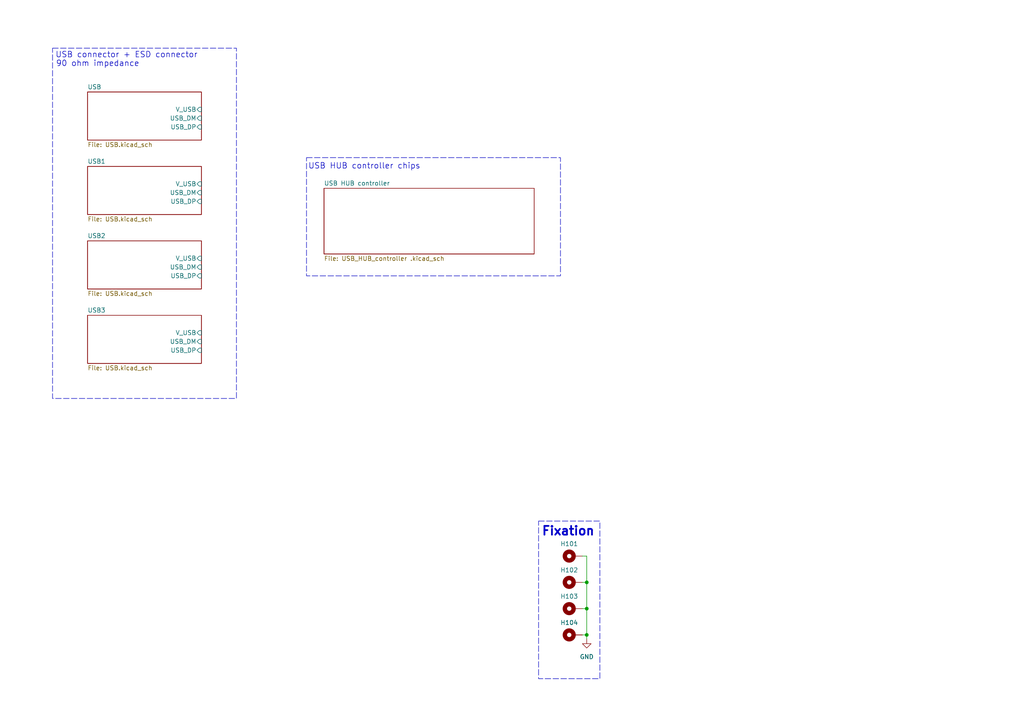
<source format=kicad_sch>
(kicad_sch (version 20250114) (generator "eeschema") (generator_version "9.0")
  (paper "A4")
  (title_block (title "Raspberry_Pi_Zero_2W") (date "2026-02-02") (company "ENSEA") (comment 1 "Maxime RAMBARANE-BARAT"))
  (lib_symbols
    (symbol "Mechanical:MountingHole_Pad" (pin_numbers (hide yes)) (pin_names (offset 1.016) (hide yes)) (in_bom no)
      (property "Reference" "H" (at 0 6.35 0))
      (property "Value" "MountingHole_Pad" (at 0 4.445 0))
      (symbol "MountingHole_Pad_0_1"
        (circle (center 0 1.27) (radius 1.27) (stroke (width 1.27)))
      )
      (symbol "MountingHole_Pad_1_1"
        (pin input line (at 0 -2.54 90) (length 2.54) (name "1") (number "1"))
      )
    )
    (symbol "power:GND" (power) (pin_numbers (hide yes)) (pin_names (offset 0) (hide yes))
      (property "Value" "GND" (at 0 -3.81 0))
      (symbol "GND_0_1"
        (polyline (pts (xy 0 0) (xy 0 -1.27) (xy 1.27 -1.27) (xy 0 -2.54) (xy -1.27 -1.27) (xy 0 -1.27)))
      )
      (symbol "GND_1_1"
        (pin power_in line (at 0 0 270) (length 0) (name "~") (number "1"))
      )
    )
  )
  (rectangle (start 156.21 151.13) (end 173.99 196.85) (stroke (width 0) (type dash)))
  (rectangle (start 88.9 45.72) (end 162.56 80.01) (stroke (width 0) (type dash)))
  (rectangle (start 15.24 13.97) (end 68.58 115.57) (stroke (width 0) (type dash)))
  (text "90 ohm impedance \n" (at 28.956 18.542 0) (effects (font (size 1.651 1.651))))
  (text "USB HUB controller chips" (at 105.664 48.26 0) (effects (font (size 1.651 1.651))))
  (text "USB connector + ESD connector " (at 37.338 16.002 0) (effects (font (size 1.651 1.651))))
  (text "Fixation" (at 156.972 154.178 0) (effects (font (size 2.54 2.54) (thickness 0.508) (bold yes)) (justify left)))
  (junction (at 170.18 168.91))
  (junction (at 170.18 184.15))
  (junction (at 170.18 176.53))
  (wire (pts (xy 168.91 184.15) (xy 170.18 184.15)))
  (wire (pts (xy 170.18 176.53) (xy 170.18 168.91)))
  (wire (pts (xy 170.18 184.15) (xy 170.18 176.53)))
  (wire (pts (xy 168.91 168.91) (xy 170.18 168.91)))
  (wire (pts (xy 170.18 185.42) (xy 170.18 184.15)))
  (wire (pts (xy 170.18 161.29) (xy 168.91 161.29)))
  (wire (pts (xy 170.18 168.91) (xy 170.18 161.29)))
  (wire (pts (xy 168.91 176.53) (xy 170.18 176.53)))
  (symbol (lib_id "Mechanical:MountingHole_Pad") (at 166.37 176.53 90) (unit 1) (in_bom no)
    (property "Reference" "H103" (at 165.1 172.974 90))
    (property "Value" "MountingHole_Pad" (effects (hide yes)))
    (property "Footprint" "MountingHole:MountingHole_3.2mm_M3_Pad_Via" (effects (hide yes)))
    (property "Description" "Mounting Hole with connection" (effects (hide yes)))
  )
  (symbol (lib_id "Mechanical:MountingHole_Pad") (at 166.37 184.15 90) (unit 1) (in_bom no)
    (property "Reference" "H104" (at 165.1 180.594 90))
    (property "Value" "MountingHole_Pad" (effects (hide yes)))
    (property "Footprint" "MountingHole:MountingHole_3.2mm_M3_Pad_Via" (effects (hide yes)))
    (property "Description" "Mounting Hole with connection" (effects (hide yes)))
  )
  (symbol (lib_id "Mechanical:MountingHole_Pad") (at 166.37 168.91 90) (unit 1) (in_bom no)
    (property "Reference" "H102" (at 165.1 165.354 90))
    (property "Value" "MountingHole_Pad" (effects (hide yes)))
    (property "Footprint" "MountingHole:MountingHole_3.2mm_M3_Pad_Via" (effects (hide yes)))
    (property "Description" "Mounting Hole with connection" (effects (hide yes)))
  )
  (symbol (lib_id "Mechanical:MountingHole_Pad") (at 166.37 161.29 90) (unit 1) (in_bom no)
    (property "Reference" "H101" (at 165.1 157.734 90))
    (property "Value" "MountingHole_Pad" (effects (hide yes)))
    (property "Footprint" "MountingHole:MountingHole_3.2mm_M3_Pad_Via" (effects (hide yes)))
    (property "Description" "Mounting Hole with connection" (effects (hide yes)))
  )
  (symbol (lib_id "power:GND") (at 170.18 185.42 0) (unit 1)
    (property "Reference" "#PWR0107" (effects (hide yes)))
    (property "Value" "GND" (at 170.18 190.5 0))
    (property "Description" "Power symbol creates a global label with name \"GND\" , ground" (effects (hide yes)))
  )
  (sheet (at 93.98 54.61) (size 60.96 19.05) (stroke (width 0.1524))
    (property "Sheetname" "USB HUB controller" (at 93.98 53.8984 0) (effects (justify left bottom)))
    (property "Sheetfile" "USB_HUB_controller .kicad_sch" (at 93.98 74.2446 0) (effects (justify left top)))
  )
  (sheet (at 25.4 91.44) (size 33.02 13.97) (stroke (width 0.1524))
    (property "Sheetname" "USB3" (at 25.4 90.7284 0) (effects (justify left bottom)))
    (property "Sheetfile" "USB.kicad_sch" (at 25.4 105.9946 0) (effects (justify left top)))
    (pin "USB_DM" input (at 58.42 99.06 0))
    (pin "USB_DP" input (at 58.42 101.6 0))
    (pin "V_USB" input (at 58.42 96.52 0))
  )
  (sheet (at 25.4 69.85) (size 33.02 13.97) (stroke (width 0.1524))
    (property "Sheetname" "USB2" (at 25.4 69.1384 0) (effects (justify left bottom)))
    (property "Sheetfile" "USB.kicad_sch" (at 25.4 84.4046 0) (effects (justify left top)))
    (pin "USB_DM" input (at 58.42 77.47 0))
    (pin "USB_DP" input (at 58.42 80.01 0))
    (pin "V_USB" input (at 58.42 74.93 0))
  )
  (sheet (at 25.4 26.67) (size 33.02 13.97) (stroke (width 0.1524))
    (property "Sheetname" "USB" (at 25.4 25.9584 0) (effects (justify left bottom)))
    (property "Sheetfile" "USB.kicad_sch" (at 25.4 41.2246 0) (effects (justify left top)))
    (pin "USB_DM" input (at 58.42 34.29 0))
    (pin "USB_DP" input (at 58.42 36.83 0))
    (pin "V_USB" input (at 58.42 31.75 0))
  )
  (sheet (at 25.4 48.26) (size 33.02 13.97) (stroke (width 0.1524))
    (property "Sheetname" "USB1" (at 25.4 47.5484 0) (effects (justify left bottom)))
    (property "Sheetfile" "USB.kicad_sch" (at 25.4 62.8146 0) (effects (justify left top)))
    (pin "USB_DM" input (at 58.42 55.88 0))
    (pin "USB_DP" input (at 58.42 58.42 0))
    (pin "V_USB" input (at 58.42 53.34 0))
  )
)
</source>
